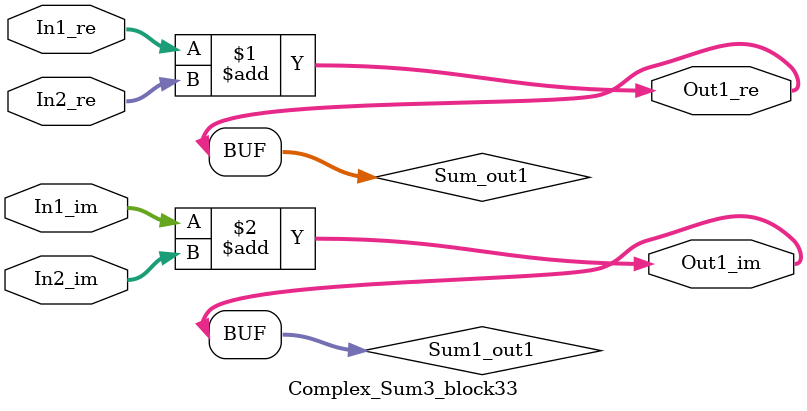
<source format=v>



`timescale 1 ns / 1 ns

module Complex_Sum3_block33
          (In1_re,
           In1_im,
           In2_re,
           In2_im,
           Out1_re,
           Out1_im);


  input   signed [36:0] In1_re;  // sfix37_En22
  input   signed [36:0] In1_im;  // sfix37_En22
  input   signed [36:0] In2_re;  // sfix37_En22
  input   signed [36:0] In2_im;  // sfix37_En22
  output  signed [36:0] Out1_re;  // sfix37_En22
  output  signed [36:0] Out1_im;  // sfix37_En22


  wire signed [36:0] Sum_out1;  // sfix37_En22
  wire signed [36:0] Sum1_out1;  // sfix37_En22


  assign Sum_out1 = In1_re + In2_re;



  assign Out1_re = Sum_out1;

  assign Sum1_out1 = In1_im + In2_im;



  assign Out1_im = Sum1_out1;

endmodule  // Complex_Sum3_block33


</source>
